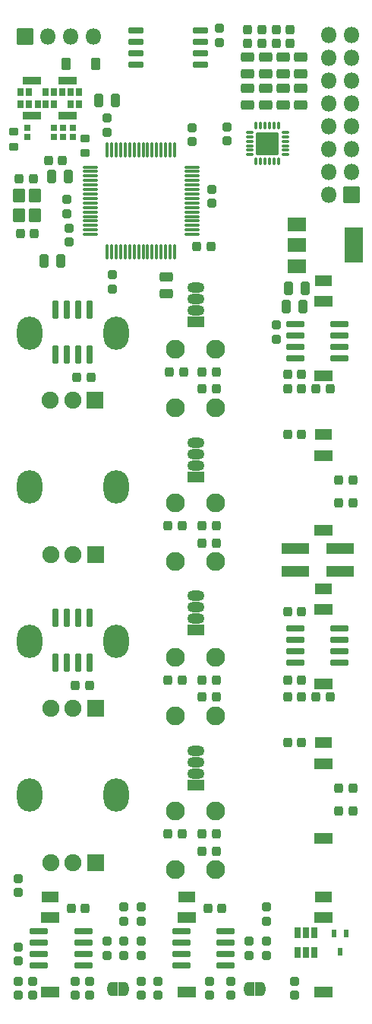
<source format=gbr>
G04 #@! TF.GenerationSoftware,KiCad,Pcbnew,6.0.5+dfsg-1*
G04 #@! TF.CreationDate,2022-06-05T16:54:12+02:00*
G04 #@! TF.ProjectId,demiurge,64656d69-7572-4676-952e-6b696361645f,E*
G04 #@! TF.SameCoordinates,Original*
G04 #@! TF.FileFunction,Soldermask,Top*
G04 #@! TF.FilePolarity,Negative*
%FSLAX46Y46*%
G04 Gerber Fmt 4.6, Leading zero omitted, Abs format (unit mm)*
G04 Created by KiCad (PCBNEW 6.0.5+dfsg-1) date 2022-06-05 16:54:12*
%MOMM*%
%LPD*%
G01*
G04 APERTURE LIST*
G04 Aperture macros list*
%AMRoundRect*
0 Rectangle with rounded corners*
0 $1 Rounding radius*
0 $2 $3 $4 $5 $6 $7 $8 $9 X,Y pos of 4 corners*
0 Add a 4 corners polygon primitive as box body*
4,1,4,$2,$3,$4,$5,$6,$7,$8,$9,$2,$3,0*
0 Add four circle primitives for the rounded corners*
1,1,$1+$1,$2,$3*
1,1,$1+$1,$4,$5*
1,1,$1+$1,$6,$7*
1,1,$1+$1,$8,$9*
0 Add four rect primitives between the rounded corners*
20,1,$1+$1,$2,$3,$4,$5,0*
20,1,$1+$1,$4,$5,$6,$7,0*
20,1,$1+$1,$6,$7,$8,$9,0*
20,1,$1+$1,$8,$9,$2,$3,0*%
%AMFreePoly0*
4,1,37,0.535921,0.785921,0.550800,0.750000,0.550800,-0.750000,0.535921,-0.785921,0.500000,-0.800800,0.000000,-0.800800,-0.012526,-0.795612,-0.080872,-0.794359,-0.095090,-0.792057,-0.230405,-0.749782,-0.243405,-0.743581,-0.361415,-0.665026,-0.372153,-0.655426,-0.463373,-0.546907,-0.470984,-0.534678,-0.528079,-0.404919,-0.531952,-0.391047,-0.549535,-0.256587,-0.548147,-0.256405,-0.550800,-0.250000,
-0.550800,0.250000,-0.550314,0.251174,-0.550158,0.263925,-0.528347,0.404002,-0.524136,0.417775,-0.463888,0.546100,-0.455980,0.558139,-0.362136,0.664397,-0.351168,0.673732,-0.231273,0.749380,-0.218125,0.755261,-0.081818,0.794218,-0.067547,0.796173,-0.011991,0.795833,0.000000,0.800800,0.500000,0.800800,0.535921,0.785921,0.535921,0.785921,$1*%
%AMFreePoly1*
4,1,37,0.012350,0.795685,0.074215,0.795307,0.088460,0.793178,0.224281,0.752559,0.237356,0.746518,0.356318,0.669411,0.367173,0.659942,0.459711,0.552545,0.467470,0.540411,0.526147,0.411359,0.530190,0.397535,0.550287,0.257202,0.550800,0.250000,0.550800,-0.250000,0.550796,-0.250620,0.550647,-0.262836,0.549947,-0.270644,0.526427,-0.410445,0.522048,-0.424167,0.460236,-0.551746,
0.452182,-0.563686,0.357047,-0.668790,0.345965,-0.677991,0.225155,-0.752168,0.211936,-0.757888,0.075163,-0.795177,0.060870,-0.796957,0.011464,-0.796051,0.000000,-0.800800,-0.500000,-0.800800,-0.535921,-0.785921,-0.550800,-0.750000,-0.550800,0.750000,-0.535921,0.785921,-0.500000,0.800800,0.000000,0.800800,0.012350,0.795685,0.012350,0.795685,$1*%
G04 Aperture macros list end*
%ADD10RoundRect,0.269550X-0.256250X0.218750X-0.256250X-0.218750X0.256250X-0.218750X0.256250X0.218750X0*%
%ADD11RoundRect,0.269550X0.218750X0.256250X-0.218750X0.256250X-0.218750X-0.256250X0.218750X-0.256250X0*%
%ADD12RoundRect,0.269550X0.256250X-0.218750X0.256250X0.218750X-0.256250X0.218750X-0.256250X-0.218750X0*%
%ADD13RoundRect,0.050800X-1.000000X-0.750000X1.000000X-0.750000X1.000000X0.750000X-1.000000X0.750000X0*%
%ADD14RoundRect,0.050800X-1.000000X-1.900000X1.000000X-1.900000X1.000000X1.900000X-1.000000X1.900000X0*%
%ADD15RoundRect,0.269550X-0.218750X-0.256250X0.218750X-0.256250X0.218750X0.256250X-0.218750X0.256250X0*%
%ADD16RoundRect,0.200800X-0.825000X-0.150000X0.825000X-0.150000X0.825000X0.150000X-0.825000X0.150000X0*%
%ADD17RoundRect,0.294550X-0.456250X0.243750X-0.456250X-0.243750X0.456250X-0.243750X0.456250X0.243750X0*%
%ADD18RoundRect,0.294550X-0.243750X-0.456250X0.243750X-0.456250X0.243750X0.456250X-0.243750X0.456250X0*%
%ADD19FreePoly0,180.000000*%
%ADD20FreePoly1,180.000000*%
%ADD21RoundRect,0.294550X0.243750X0.456250X-0.243750X0.456250X-0.243750X-0.456250X0.243750X-0.456250X0*%
%ADD22RoundRect,0.050800X0.850000X0.850000X-0.850000X0.850000X-0.850000X-0.850000X0.850000X-0.850000X0*%
%ADD23O,1.801600X1.801600*%
%ADD24RoundRect,0.050800X-0.325000X0.530000X-0.325000X-0.530000X0.325000X-0.530000X0.325000X0.530000X0*%
%ADD25RoundRect,0.200800X-0.150000X0.825000X-0.150000X-0.825000X0.150000X-0.825000X0.150000X0.825000X0*%
%ADD26RoundRect,0.050800X0.850000X-0.850000X0.850000X0.850000X-0.850000X0.850000X-0.850000X-0.850000X0*%
%ADD27RoundRect,0.050800X0.225000X0.350000X-0.225000X0.350000X-0.225000X-0.350000X0.225000X-0.350000X0*%
%ADD28RoundRect,0.050800X-1.500000X-0.500000X1.500000X-0.500000X1.500000X0.500000X-1.500000X0.500000X0*%
%ADD29RoundRect,0.125800X-0.700000X-0.075000X0.700000X-0.075000X0.700000X0.075000X-0.700000X0.075000X0*%
%ADD30RoundRect,0.125800X-0.075000X-0.700000X0.075000X-0.700000X0.075000X0.700000X-0.075000X0.700000X0*%
%ADD31RoundRect,0.113300X-0.325000X-0.062500X0.325000X-0.062500X0.325000X0.062500X-0.325000X0.062500X0*%
%ADD32RoundRect,0.113300X-0.062500X-0.325000X0.062500X-0.325000X0.062500X0.325000X-0.062500X0.325000X0*%
%ADD33RoundRect,0.050800X-1.225000X-1.225000X1.225000X-1.225000X1.225000X1.225000X-1.225000X1.225000X0*%
%ADD34RoundRect,0.050800X0.450000X0.600000X-0.450000X0.600000X-0.450000X-0.600000X0.450000X-0.600000X0*%
%ADD35RoundRect,0.198300X-0.172500X0.147500X-0.172500X-0.147500X0.172500X-0.147500X0.172500X0.147500X0*%
%ADD36RoundRect,0.050800X-0.600000X0.700000X-0.600000X-0.700000X0.600000X-0.700000X0.600000X0.700000X0*%
%ADD37RoundRect,0.200800X-0.650000X-0.150000X0.650000X-0.150000X0.650000X0.150000X-0.650000X0.150000X0*%
%ADD38RoundRect,0.250800X-0.275000X0.200000X-0.275000X-0.200000X0.275000X-0.200000X0.275000X0.200000X0*%
%ADD39RoundRect,0.275800X-0.250000X0.225000X-0.250000X-0.225000X0.250000X-0.225000X0.250000X0.225000X0*%
%ADD40RoundRect,0.275800X0.250000X-0.225000X0.250000X0.225000X-0.250000X0.225000X-0.250000X-0.225000X0*%
%ADD41RoundRect,0.250800X0.275000X-0.200000X0.275000X0.200000X-0.275000X0.200000X-0.275000X-0.200000X0*%
%ADD42C,2.101600*%
%ADD43RoundRect,0.050800X-0.900000X-0.500000X0.900000X-0.500000X0.900000X0.500000X-0.900000X0.500000X0*%
%ADD44RoundRect,0.050800X-1.000000X-0.500000X1.000000X-0.500000X1.000000X0.500000X-1.000000X0.500000X0*%
%ADD45C,1.901600*%
%ADD46RoundRect,0.050800X-0.900000X-0.900000X0.900000X-0.900000X0.900000X0.900000X-0.900000X0.900000X0*%
%ADD47O,2.821600X3.701600*%
%ADD48RoundRect,0.050800X0.900000X-0.535000X0.900000X0.535000X-0.900000X0.535000X-0.900000X-0.535000X0*%
%ADD49O,1.901600X1.171600*%
%ADD50RoundRect,0.213300X-0.162500X-0.237500X0.162500X-0.237500X0.162500X0.237500X-0.162500X0.237500X0*%
%ADD51RoundRect,0.250800X-0.800000X-0.200000X0.800000X-0.200000X0.800000X0.200000X-0.800000X0.200000X0*%
G04 APERTURE END LIST*
D10*
X83439000Y-75717500D03*
X83439000Y-74142500D03*
D11*
X96190000Y-90170000D03*
X94615000Y-90170000D03*
X96037500Y-107315000D03*
X94462500Y-107315000D03*
X96037500Y-141605000D03*
X94462500Y-141605000D03*
X99847500Y-107315000D03*
X98272500Y-107315000D03*
X99847500Y-109220000D03*
X98272500Y-109220000D03*
X99847500Y-124460000D03*
X98272500Y-124460000D03*
X99847500Y-126365000D03*
X98272500Y-126365000D03*
X109372500Y-97155000D03*
X107797500Y-97155000D03*
X99847500Y-141605000D03*
X98272500Y-141605000D03*
X99847500Y-143510000D03*
X98272500Y-143510000D03*
D10*
X106553000Y-86512500D03*
X106553000Y-84937500D03*
D12*
X91440000Y-151282500D03*
X91440000Y-149707500D03*
X91440000Y-159537500D03*
X91440000Y-157962500D03*
D10*
X93345000Y-157962500D03*
X93345000Y-159537500D03*
X91440000Y-153517500D03*
X91440000Y-155092500D03*
D13*
X108864000Y-73773000D03*
D14*
X115164000Y-76073000D03*
D13*
X108864000Y-76073000D03*
X108864000Y-78373000D03*
D11*
X108102500Y-52070000D03*
X106527500Y-52070000D03*
D15*
X103352500Y-52070000D03*
X104927500Y-52070000D03*
X103352500Y-53594000D03*
X104927500Y-53594000D03*
X106527500Y-53594000D03*
X108102500Y-53594000D03*
D16*
X108650000Y-118745000D03*
X108650000Y-120015000D03*
X108650000Y-121285000D03*
X108650000Y-122555000D03*
X113600000Y-122555000D03*
X113600000Y-121285000D03*
X113600000Y-120015000D03*
X113600000Y-118745000D03*
D17*
X94234000Y-79580500D03*
X94234000Y-81455500D03*
D11*
X112547500Y-92075000D03*
X110972500Y-92075000D03*
D18*
X109776500Y-80899000D03*
X107901500Y-80899000D03*
D17*
X109290000Y-57017500D03*
X109290000Y-55142500D03*
X107315000Y-58600100D03*
X107315000Y-60475100D03*
X107310000Y-57017500D03*
X107310000Y-55142500D03*
X109296200Y-58600100D03*
X109296200Y-60475100D03*
X103352600Y-58600100D03*
X103352600Y-60475100D03*
D15*
X97688300Y-76225400D03*
X99263300Y-76225400D03*
D12*
X87630000Y-155092500D03*
X87630000Y-153517500D03*
X77724000Y-148107500D03*
X77724000Y-146532500D03*
D10*
X77724000Y-154152500D03*
X77724000Y-155727500D03*
D12*
X105410000Y-151282500D03*
X105410000Y-149707500D03*
X89535000Y-151282500D03*
X89535000Y-149707500D03*
D19*
X104790000Y-158877000D03*
D20*
X103490000Y-158877000D03*
D19*
X89550000Y-158877000D03*
D20*
X88250000Y-158877000D03*
D11*
X109372500Y-92075000D03*
X107797500Y-92075000D03*
D15*
X113512500Y-104775000D03*
X115087500Y-104775000D03*
D11*
X115087500Y-102235000D03*
X113512500Y-102235000D03*
X109372500Y-126365000D03*
X107797500Y-126365000D03*
D15*
X107797500Y-124460000D03*
X109372500Y-124460000D03*
X113512500Y-139065000D03*
X115087500Y-139065000D03*
D11*
X109372500Y-116840000D03*
X107797500Y-116840000D03*
X115087500Y-136525000D03*
X113512500Y-136525000D03*
X99847500Y-92075000D03*
X98272500Y-92075000D03*
X112547500Y-126365000D03*
X110972500Y-126365000D03*
X81127500Y-66675000D03*
X82702500Y-66675000D03*
X99847500Y-90170000D03*
X98272500Y-90170000D03*
D15*
X107797500Y-90424000D03*
X109372500Y-90424000D03*
D16*
X95950000Y-152400000D03*
X95950000Y-153670000D03*
X95950000Y-154940000D03*
X95950000Y-156210000D03*
X100900000Y-156210000D03*
X100900000Y-154940000D03*
X100900000Y-153670000D03*
X100900000Y-152400000D03*
D17*
X105333800Y-58600100D03*
X105333800Y-60475100D03*
X105340000Y-55142500D03*
X105340000Y-57017500D03*
D10*
X101473000Y-157962500D03*
X101473000Y-159537500D03*
X105410000Y-153517500D03*
X105410000Y-155092500D03*
X89535000Y-153517500D03*
X89535000Y-155092500D03*
D11*
X100482500Y-149860000D03*
X98907500Y-149860000D03*
D16*
X80075000Y-152400000D03*
X80075000Y-153670000D03*
X80075000Y-154940000D03*
X80075000Y-156210000D03*
X85025000Y-156210000D03*
X85025000Y-154940000D03*
X85025000Y-153670000D03*
X85025000Y-152400000D03*
D18*
X109522500Y-82931000D03*
X107647500Y-82931000D03*
X82471500Y-77825600D03*
X80596500Y-77825600D03*
D11*
X96037500Y-124460000D03*
X94462500Y-124460000D03*
D18*
X86743300Y-59969400D03*
X88618300Y-59969400D03*
D21*
X81485500Y-68453000D03*
X83360500Y-68453000D03*
D22*
X114935000Y-70485000D03*
D23*
X112395000Y-70485000D03*
X114935000Y-67945000D03*
X112395000Y-67945000D03*
X114935000Y-65405000D03*
X112395000Y-65405000D03*
X114935000Y-62865000D03*
X112395000Y-62865000D03*
X114935000Y-60325000D03*
X112395000Y-60325000D03*
X114935000Y-57785000D03*
X112395000Y-57785000D03*
X114935000Y-55245000D03*
X112395000Y-55245000D03*
X114935000Y-52705000D03*
X112395000Y-52705000D03*
D12*
X84150000Y-159537500D03*
X84150000Y-157962500D03*
X99060000Y-159537500D03*
X99060000Y-157962500D03*
X103505000Y-155092500D03*
X103505000Y-153517500D03*
D10*
X85725000Y-157962500D03*
X85725000Y-159537500D03*
D16*
X108650000Y-84836000D03*
X108650000Y-86106000D03*
X108650000Y-87376000D03*
X108650000Y-88646000D03*
X113600000Y-88646000D03*
X113600000Y-87376000D03*
X113600000Y-86106000D03*
X113600000Y-84836000D03*
D17*
X103350000Y-55142500D03*
X103350000Y-57017500D03*
D11*
X109372500Y-131445000D03*
X107797500Y-131445000D03*
D24*
X110805000Y-152570000D03*
X109855000Y-152570000D03*
X108905000Y-152570000D03*
X108905000Y-154770000D03*
X109855000Y-154770000D03*
X110805000Y-154770000D03*
D25*
X85725000Y-117540000D03*
X84455000Y-117540000D03*
X83185000Y-117540000D03*
X81915000Y-117540000D03*
X81915000Y-122490000D03*
X83185000Y-122490000D03*
X84455000Y-122490000D03*
X85725000Y-122490000D03*
D11*
X85877500Y-90805000D03*
X84302500Y-90805000D03*
X85725000Y-125095000D03*
X84150000Y-125095000D03*
D10*
X77724000Y-157962500D03*
X77724000Y-159537500D03*
X79375000Y-157962500D03*
X79375000Y-159537500D03*
D26*
X78486000Y-52832000D03*
D23*
X81026000Y-52832000D03*
X83566000Y-52832000D03*
X86106000Y-52832000D03*
D12*
X108585000Y-159537500D03*
X108585000Y-157962500D03*
D27*
X114315000Y-152670000D03*
X113015000Y-152670000D03*
X113665000Y-154670000D03*
D11*
X85242500Y-149860000D03*
X83667500Y-149860000D03*
D28*
X113665000Y-109855000D03*
X108625000Y-109855000D03*
X113665000Y-112395000D03*
X108625000Y-112395000D03*
D29*
X85765000Y-67370000D03*
X85765000Y-67870000D03*
X85765000Y-68370000D03*
X85765000Y-68870000D03*
X85765000Y-69370000D03*
X85765000Y-69870000D03*
X85765000Y-70370000D03*
X85765000Y-70870000D03*
X85765000Y-71370000D03*
X85765000Y-71870000D03*
X85765000Y-72370000D03*
X85765000Y-72870000D03*
X85765000Y-73370000D03*
X85765000Y-73870000D03*
X85765000Y-74370000D03*
X85765000Y-74870000D03*
D30*
X87690000Y-76795000D03*
X88190000Y-76795000D03*
X88690000Y-76795000D03*
X89190000Y-76795000D03*
X89690000Y-76795000D03*
X90190000Y-76795000D03*
X90690000Y-76795000D03*
X91190000Y-76795000D03*
X91690000Y-76795000D03*
X92190000Y-76795000D03*
X92690000Y-76795000D03*
X93190000Y-76795000D03*
X93690000Y-76795000D03*
X94190000Y-76795000D03*
X94690000Y-76795000D03*
X95190000Y-76795000D03*
D29*
X97115000Y-74870000D03*
X97115000Y-74370000D03*
X97115000Y-73870000D03*
X97115000Y-73370000D03*
X97115000Y-72870000D03*
X97115000Y-72370000D03*
X97115000Y-71870000D03*
X97115000Y-71370000D03*
X97115000Y-70870000D03*
X97115000Y-70370000D03*
X97115000Y-69870000D03*
X97115000Y-69370000D03*
X97115000Y-68870000D03*
X97115000Y-68370000D03*
X97115000Y-67870000D03*
X97115000Y-67370000D03*
D30*
X95190000Y-65445000D03*
X94690000Y-65445000D03*
X94190000Y-65445000D03*
X93690000Y-65445000D03*
X93190000Y-65445000D03*
X92690000Y-65445000D03*
X92190000Y-65445000D03*
X91690000Y-65445000D03*
X91190000Y-65445000D03*
X90690000Y-65445000D03*
X90190000Y-65445000D03*
X89690000Y-65445000D03*
X89190000Y-65445000D03*
X88690000Y-65445000D03*
X88190000Y-65445000D03*
X87690000Y-65445000D03*
D31*
X103549500Y-63494600D03*
X103549500Y-63994600D03*
X103549500Y-64494600D03*
X103549500Y-64994600D03*
X103549500Y-65494600D03*
X103549500Y-65994600D03*
D32*
X104287000Y-66732100D03*
X104787000Y-66732100D03*
X105287000Y-66732100D03*
X105787000Y-66732100D03*
X106287000Y-66732100D03*
X106787000Y-66732100D03*
D31*
X107524500Y-65994600D03*
X107524500Y-65494600D03*
X107524500Y-64994600D03*
X107524500Y-64494600D03*
X107524500Y-63994600D03*
X107524500Y-63494600D03*
D32*
X106787000Y-62757100D03*
X106287000Y-62757100D03*
X105787000Y-62757100D03*
X105287000Y-62757100D03*
X104787000Y-62757100D03*
X104287000Y-62757100D03*
D33*
X105537000Y-64744600D03*
D25*
X85725000Y-83250000D03*
X84455000Y-83250000D03*
X83185000Y-83250000D03*
X81915000Y-83250000D03*
X81915000Y-88200000D03*
X83185000Y-88200000D03*
X84455000Y-88200000D03*
X85725000Y-88200000D03*
D10*
X88265000Y-79349500D03*
X88265000Y-80924500D03*
X83185000Y-70967500D03*
X83185000Y-72542500D03*
D34*
X86409800Y-55930800D03*
X83109800Y-55930800D03*
D35*
X82750000Y-63015000D03*
X82750000Y-63985000D03*
X81700000Y-63015000D03*
X81700000Y-63985000D03*
X83820000Y-63015000D03*
X83820000Y-63985000D03*
X78740000Y-63015000D03*
X78740000Y-63985000D03*
D15*
X77870089Y-68669011D03*
X79445089Y-68669011D03*
X77971689Y-74739611D03*
X79546689Y-74739611D03*
D36*
X77883789Y-70566211D03*
X77883789Y-72766211D03*
X79583789Y-72766211D03*
X79583789Y-70566211D03*
D37*
X90888000Y-52197000D03*
X90888000Y-53467000D03*
X90888000Y-54737000D03*
X90888000Y-56007000D03*
X98088000Y-56007000D03*
X98088000Y-54737000D03*
X98088000Y-53467000D03*
X98088000Y-52197000D03*
D38*
X85217000Y-64173600D03*
X85217000Y-65823600D03*
D39*
X101041200Y-62877400D03*
X101041200Y-64427400D03*
D40*
X87680800Y-63487600D03*
X87680800Y-61937600D03*
X97155000Y-64554400D03*
X97155000Y-63004400D03*
D41*
X77241400Y-65112400D03*
X77241400Y-63462400D03*
D39*
X100177600Y-51942400D03*
X100177600Y-53492400D03*
D40*
X99350000Y-71425000D03*
X99350000Y-69875000D03*
D42*
X95250000Y-104775000D03*
X95250000Y-111275000D03*
X99750000Y-104775000D03*
X99750000Y-111275000D03*
X95250000Y-121920000D03*
X95250000Y-128420000D03*
X99750000Y-121920000D03*
X99750000Y-128420000D03*
D43*
X111760000Y-148590000D03*
D44*
X111760000Y-159225000D03*
X111760000Y-150925000D03*
D43*
X111760000Y-80010000D03*
D44*
X111760000Y-90645000D03*
X111760000Y-82345000D03*
D42*
X95250000Y-139065000D03*
X95250000Y-145565000D03*
X99750000Y-145565000D03*
X99750000Y-139065000D03*
D43*
X96520000Y-148590000D03*
D44*
X96520000Y-159225000D03*
X96520000Y-150925000D03*
D45*
X81346000Y-93345000D03*
X83846000Y-93345000D03*
D46*
X86346000Y-93345000D03*
D47*
X79046000Y-85845000D03*
X88646000Y-85845000D03*
X88660000Y-137280000D03*
X79060000Y-137280000D03*
D46*
X86360000Y-144780000D03*
D45*
X83860000Y-144780000D03*
X81360000Y-144780000D03*
D43*
X111760000Y-131445000D03*
D44*
X111760000Y-142080000D03*
X111760000Y-133780000D03*
D43*
X111760000Y-114300000D03*
D44*
X111760000Y-124935000D03*
X111760000Y-116635000D03*
D43*
X111760000Y-97155000D03*
D44*
X111760000Y-107790000D03*
X111760000Y-99490000D03*
D47*
X79060000Y-102990000D03*
X88660000Y-102990000D03*
D46*
X86360000Y-110490000D03*
D45*
X83860000Y-110490000D03*
X81360000Y-110490000D03*
D47*
X79060000Y-120135000D03*
X88660000Y-120135000D03*
D46*
X86360000Y-127635000D03*
D45*
X83860000Y-127635000D03*
X81360000Y-127635000D03*
D42*
X95250000Y-87630000D03*
X95250000Y-94130000D03*
X99750000Y-87630000D03*
X99750000Y-94130000D03*
D43*
X81280000Y-148590000D03*
D44*
X81280000Y-159225000D03*
X81280000Y-150925000D03*
D48*
X97536000Y-84582000D03*
D49*
X97536000Y-83312000D03*
X97536000Y-82042000D03*
X97536000Y-80772000D03*
D48*
X97536000Y-101854000D03*
D49*
X97536000Y-100584000D03*
X97536000Y-99314000D03*
X97536000Y-98044000D03*
D48*
X97536000Y-136144000D03*
D49*
X97536000Y-134874000D03*
X97536000Y-133604000D03*
X97536000Y-132334000D03*
D48*
X97536000Y-118872000D03*
D49*
X97536000Y-117602000D03*
X97536000Y-116332000D03*
X97536000Y-115062000D03*
D50*
X78030000Y-60390000D03*
X78980000Y-60390000D03*
X79930000Y-60390000D03*
X80830000Y-60390000D03*
X81730000Y-60390000D03*
X83580000Y-60390000D03*
X84530000Y-60390000D03*
X84530000Y-58990000D03*
X83580000Y-58990000D03*
X82630000Y-58990000D03*
X81730000Y-58990000D03*
X80830000Y-58990000D03*
X78980000Y-58990000D03*
X78030000Y-58990000D03*
D51*
X83280000Y-57760000D03*
X83280000Y-61630000D03*
X79280000Y-57760000D03*
X79280000Y-61620000D03*
M02*

</source>
